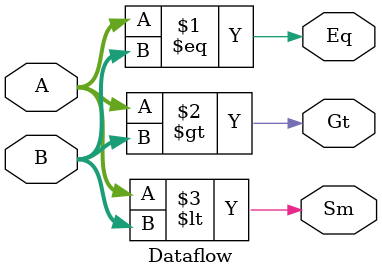
<source format=v>
`timescale 1ns / 1ps


module Dataflow(
    input [3:0]A,
    input [3:0]B,
    output Eq,
    output Gt,
    output Sm
    );
    
    assign Eq = (A==B);
    assign Gt = (A>B);
    assign Sm = (A<B);
    
endmodule

</source>
